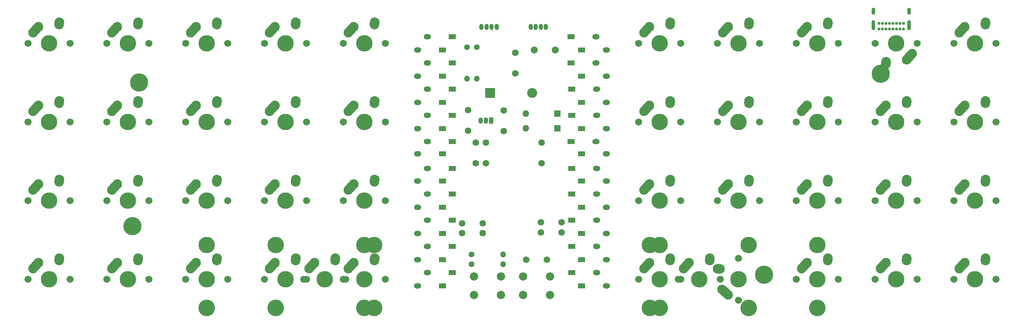
<source format=gbr>
%TF.GenerationSoftware,KiCad,Pcbnew,(7.0.0)*%
%TF.CreationDate,2024-04-29T17:19:58+02:00*%
%TF.ProjectId,LeSTMovoz revision,4c655354-4d6f-4766-9f7a-207265766973,rev?*%
%TF.SameCoordinates,Original*%
%TF.FileFunction,Soldermask,Bot*%
%TF.FilePolarity,Negative*%
%FSLAX46Y46*%
G04 Gerber Fmt 4.6, Leading zero omitted, Abs format (unit mm)*
G04 Created by KiCad (PCBNEW (7.0.0)) date 2024-04-29 17:19:58*
%MOMM*%
%LPD*%
G01*
G04 APERTURE LIST*
G04 Aperture macros list*
%AMHorizOval*
0 Thick line with rounded ends*
0 $1 width*
0 $2 $3 position (X,Y) of the first rounded end (center of the circle)*
0 $4 $5 position (X,Y) of the second rounded end (center of the circle)*
0 Add line between two ends*
20,1,$1,$2,$3,$4,$5,0*
0 Add two circle primitives to create the rounded ends*
1,1,$1,$2,$3*
1,1,$1,$4,$5*%
G04 Aperture macros list end*
%ADD10C,4.400000*%
%ADD11R,1.778000X1.300000*%
%ADD12O,1.778000X1.300000*%
%ADD13C,2.000000*%
%ADD14C,1.400000*%
%ADD15O,1.400000X1.400000*%
%ADD16C,1.710000*%
%ADD17C,1.600000*%
%ADD18C,1.701800*%
%ADD19C,3.987800*%
%ADD20HorizOval,2.300000X0.655008X0.729993X-0.655008X-0.729993X0*%
%ADD21C,2.300000*%
%ADD22HorizOval,2.300000X0.020004X0.290000X-0.020004X-0.290000X0*%
%ADD23C,4.000000*%
%ADD24R,1.600000X1.600000*%
%ADD25O,1.600000X1.600000*%
%ADD26R,2.400000X2.400000*%
%ADD27O,2.400000X2.400000*%
%ADD28R,1.050000X1.500000*%
%ADD29O,1.050000X1.500000*%
%ADD30HorizOval,2.300000X-0.729993X0.655008X0.729993X-0.655008X0*%
%ADD31HorizOval,2.300000X-0.290000X0.020004X0.290000X-0.020004X0*%
%ADD32HorizOval,2.300000X-0.655008X-0.729993X0.655008X0.729993X0*%
%ADD33HorizOval,2.300000X-0.020004X-0.290000X0.020004X0.290000X0*%
%ADD34O,1.000000X1.500000*%
%ADD35C,0.700000*%
%ADD36O,0.900000X1.700000*%
%ADD37O,0.900000X2.400000*%
G04 APERTURE END LIST*
D10*
%TO.C,*%
X55137500Y-42862500D03*
%TD*%
D11*
%TO.C,D6*%
X159543749Y-31749999D03*
D12*
X165543749Y-31749999D03*
%TD*%
D13*
%TO.C,SW2*%
X147962500Y-89825000D03*
X154462500Y-89825000D03*
X147962500Y-94325000D03*
X154462500Y-94325000D03*
%TD*%
D14*
%TO.C,R4*%
X135478264Y-84517916D03*
D15*
X143098263Y-84517915D03*
%TD*%
D16*
%TO.C,F1*%
X155743750Y-34934000D03*
X150643750Y-34934000D03*
%TD*%
D17*
%TO.C,C9*%
X152400000Y-62396757D03*
X152400000Y-57396757D03*
%TD*%
D18*
%TO.C,MX24*%
X85407500Y-71437500D03*
D19*
X90487500Y-71437500D03*
D18*
X95567500Y-71437500D03*
D20*
X87332507Y-68167506D03*
D21*
X87987500Y-67437500D03*
D22*
X93007503Y-66647499D03*
D21*
X93027500Y-66357500D03*
%TD*%
D18*
%TO.C,MX10*%
X252095000Y-33337500D03*
D19*
X257175000Y-33337500D03*
D18*
X262255000Y-33337500D03*
D20*
X254020007Y-30067506D03*
D21*
X254675000Y-29337500D03*
D22*
X259695003Y-28547499D03*
D21*
X259715000Y-28257500D03*
%TD*%
D14*
%TO.C,R1*%
X136725000Y-34290000D03*
D15*
X136724999Y-41909999D03*
%TD*%
D18*
%TO.C,MX19*%
X233045000Y-52387500D03*
D19*
X238125000Y-52387500D03*
D18*
X243205000Y-52387500D03*
D20*
X234970007Y-49117506D03*
D21*
X235625000Y-48387500D03*
D22*
X240645003Y-47597499D03*
D21*
X240665000Y-47307500D03*
%TD*%
D18*
%TO.C,MX5*%
X104457500Y-33337500D03*
D19*
X109537500Y-33337500D03*
D18*
X114617500Y-33337500D03*
D20*
X106382507Y-30067506D03*
D21*
X107037500Y-29337500D03*
D22*
X112057503Y-28547499D03*
D21*
X112077500Y-28257500D03*
%TD*%
D18*
%TO.C,MX6*%
X175895000Y-33337500D03*
D19*
X180975000Y-33337500D03*
D18*
X186055000Y-33337500D03*
D20*
X177820007Y-30067506D03*
D21*
X178475000Y-29337500D03*
D22*
X183495003Y-28547499D03*
D21*
X183515000Y-28257500D03*
%TD*%
D11*
%TO.C,D4*%
X128412499Y-34924999D03*
D12*
X122412499Y-34924999D03*
%TD*%
D18*
%TO.C,MX21*%
X28257500Y-71437500D03*
D19*
X33337500Y-71437500D03*
D18*
X38417500Y-71437500D03*
D20*
X30182507Y-68167506D03*
D21*
X30837500Y-67437500D03*
D22*
X35857503Y-66647499D03*
D21*
X35877500Y-66357500D03*
%TD*%
D10*
%TO.C,H6*%
X234387500Y-40736500D03*
%TD*%
D23*
%TO.C,S1*%
X202406250Y-97472500D03*
D19*
X202406250Y-82232500D03*
D23*
X178593750Y-97472500D03*
D19*
X178593750Y-82232500D03*
%TD*%
D17*
%TO.C,C6*%
X136475000Y-62396757D03*
X136475000Y-57396757D03*
%TD*%
D18*
%TO.C,MX4*%
X85407500Y-33337500D03*
D19*
X90487500Y-33337500D03*
D18*
X95567500Y-33337500D03*
D20*
X87332507Y-30067506D03*
D21*
X87987500Y-29337500D03*
D22*
X93007503Y-28547499D03*
D21*
X93027500Y-28257500D03*
%TD*%
D17*
%TO.C,C7*%
X138224728Y-79368071D03*
X133224728Y-79368071D03*
%TD*%
D18*
%TO.C,MX37*%
X175895000Y-90487500D03*
D19*
X180975000Y-90487500D03*
D18*
X186055000Y-90487500D03*
D20*
X177820007Y-87217506D03*
D21*
X178475000Y-86487500D03*
D22*
X183495003Y-85697499D03*
D21*
X183515000Y-85407500D03*
%TD*%
D18*
%TO.C,MX20*%
X252095000Y-52387500D03*
D19*
X257175000Y-52387500D03*
D18*
X262255000Y-52387500D03*
D20*
X254020007Y-49117506D03*
D21*
X254675000Y-48387500D03*
D22*
X259695003Y-47597499D03*
D21*
X259715000Y-47307500D03*
%TD*%
D23*
%TO.C,S2*%
X219075000Y-97472500D03*
D19*
X219075000Y-82232500D03*
D23*
X180975000Y-97472500D03*
D19*
X180975000Y-82232500D03*
%TD*%
D11*
%TO.C,D12*%
X130793749Y-50799999D03*
D12*
X124793749Y-50799999D03*
%TD*%
D18*
%TO.C,MX27*%
X194945000Y-71437500D03*
D19*
X200025000Y-71437500D03*
D18*
X205105000Y-71437500D03*
D20*
X196870007Y-68167506D03*
D21*
X197525000Y-67437500D03*
D22*
X202545003Y-66647499D03*
D21*
X202565000Y-66357500D03*
%TD*%
D18*
%TO.C,MX1*%
X28257500Y-33337500D03*
D19*
X33337500Y-33337500D03*
D18*
X38417500Y-33337500D03*
D20*
X30182507Y-30067506D03*
D21*
X30837500Y-29337500D03*
D22*
X35857503Y-28547499D03*
D21*
X35877500Y-28257500D03*
%TD*%
D18*
%TO.C,MX38*%
X185420000Y-90487500D03*
D19*
X190500000Y-90487500D03*
D18*
X195580000Y-90487500D03*
D20*
X187345007Y-87217506D03*
D21*
X188000000Y-86487500D03*
D22*
X193020003Y-85697499D03*
D21*
X193040000Y-85407500D03*
%TD*%
D24*
%TO.C,D45*%
X156209999Y-53899999D03*
D25*
X148589999Y-53899999D03*
%TD*%
D18*
%TO.C,MX12*%
X47307500Y-52387500D03*
D19*
X52387500Y-52387500D03*
D18*
X57467500Y-52387500D03*
D20*
X49232507Y-49117506D03*
D21*
X49887500Y-48387500D03*
D22*
X54907503Y-47597499D03*
D21*
X54927500Y-47307500D03*
%TD*%
D11*
%TO.C,D3*%
X130793749Y-38099999D03*
D12*
X124793749Y-38099999D03*
%TD*%
D11*
%TO.C,D8*%
X159543749Y-38099999D03*
D12*
X165543749Y-38099999D03*
%TD*%
D11*
%TO.C,D16*%
X162099999Y-60124999D03*
D12*
X168099999Y-60124999D03*
%TD*%
D18*
%TO.C,MX34*%
X85407500Y-90487500D03*
D19*
X90487500Y-90487500D03*
D18*
X95567500Y-90487500D03*
D20*
X87332507Y-87217506D03*
D21*
X87987500Y-86487500D03*
D22*
X93007503Y-85697499D03*
D21*
X93027500Y-85407500D03*
%TD*%
D17*
%TO.C,C1*%
X134625429Y-49502571D03*
X134625429Y-54502571D03*
%TD*%
D11*
%TO.C,D9*%
X162099999Y-41274999D03*
D12*
X168099999Y-41274999D03*
%TD*%
D11*
%TO.C,D24*%
X128412499Y-66674999D03*
D12*
X122412499Y-66674999D03*
%TD*%
D18*
%TO.C,MX41*%
X233045000Y-90487500D03*
D19*
X238125000Y-90487500D03*
D18*
X243205000Y-90487500D03*
D20*
X234970007Y-87217506D03*
D21*
X235625000Y-86487500D03*
D22*
X240645003Y-85697499D03*
D21*
X240665000Y-85407500D03*
%TD*%
D11*
%TO.C,D38*%
X162099999Y-85724999D03*
D12*
X168099999Y-85724999D03*
%TD*%
D11*
%TO.C,D29*%
X162099999Y-73024999D03*
D12*
X168099999Y-73024999D03*
%TD*%
D14*
%TO.C,R2*%
X134343750Y-34290000D03*
D15*
X134343749Y-41909999D03*
%TD*%
D18*
%TO.C,MX28*%
X213995000Y-71437500D03*
D19*
X219075000Y-71437500D03*
D18*
X224155000Y-71437500D03*
D20*
X215920007Y-68167506D03*
D21*
X216575000Y-67437500D03*
D22*
X221595003Y-66647499D03*
D21*
X221615000Y-66357500D03*
%TD*%
D18*
%TO.C,MX8*%
X213995000Y-33337500D03*
D19*
X219075000Y-33337500D03*
D18*
X224155000Y-33337500D03*
D20*
X215920007Y-30067506D03*
D21*
X216575000Y-29337500D03*
D22*
X221595003Y-28547499D03*
D21*
X221615000Y-28257500D03*
%TD*%
D11*
%TO.C,D18*%
X162099999Y-53974999D03*
D12*
X168099999Y-53974999D03*
%TD*%
D18*
%TO.C,MX18*%
X213995000Y-52387500D03*
D19*
X219075000Y-52387500D03*
D18*
X224155000Y-52387500D03*
D20*
X215920007Y-49117506D03*
D21*
X216575000Y-48387500D03*
D22*
X221595003Y-47597499D03*
D21*
X221615000Y-47307500D03*
%TD*%
D11*
%TO.C,D7*%
X162099999Y-34924999D03*
D12*
X168099999Y-34924999D03*
%TD*%
D11*
%TO.C,D34*%
X130793749Y-88899999D03*
D12*
X124793749Y-88899999D03*
%TD*%
D11*
%TO.C,D20*%
X162099999Y-47624999D03*
D12*
X168099999Y-47624999D03*
%TD*%
D18*
%TO.C,MX33*%
X66357500Y-90487500D03*
D19*
X71437500Y-90487500D03*
D18*
X76517500Y-90487500D03*
D20*
X68282507Y-87217506D03*
D21*
X68937500Y-86487500D03*
D22*
X73957503Y-85697499D03*
D21*
X73977500Y-85407500D03*
%TD*%
D11*
%TO.C,D13*%
X128412499Y-53974999D03*
D12*
X122412499Y-53974999D03*
%TD*%
D26*
%TO.C,D43*%
X139987677Y-45367783D03*
D27*
X150147677Y-45367783D03*
%TD*%
D11*
%TO.C,D15*%
X128412499Y-60124999D03*
D12*
X122412499Y-60124999D03*
%TD*%
D18*
%TO.C,MX23*%
X66357500Y-71437500D03*
D19*
X71437500Y-71437500D03*
D18*
X76517500Y-71437500D03*
D20*
X68282507Y-68167506D03*
D21*
X68937500Y-67437500D03*
D22*
X73957503Y-66647499D03*
D21*
X73977500Y-66357500D03*
%TD*%
D11*
%TO.C,D33*%
X128412499Y-85724999D03*
D12*
X122412499Y-85724999D03*
%TD*%
D11*
%TO.C,D10*%
X159718749Y-44449999D03*
D12*
X165718749Y-44449999D03*
%TD*%
D11*
%TO.C,D36*%
X162099999Y-92074999D03*
D12*
X168099999Y-92074999D03*
%TD*%
D18*
%TO.C,MX14*%
X85407500Y-52387500D03*
D19*
X90487500Y-52387500D03*
D18*
X95567500Y-52387500D03*
D20*
X87332507Y-49117506D03*
D21*
X87987500Y-48387500D03*
D22*
X93007503Y-47597499D03*
D21*
X93027500Y-47307500D03*
%TD*%
D11*
%TO.C,D19*%
X159718749Y-50799999D03*
D12*
X165718749Y-50799999D03*
%TD*%
D11*
%TO.C,D5*%
X130793749Y-31749999D03*
D12*
X124793749Y-31749999D03*
%TD*%
D28*
%TO.C,U2*%
X140176249Y-52091987D03*
D29*
X138906249Y-52091987D03*
X137636249Y-52091987D03*
%TD*%
D17*
%TO.C,C11*%
X138906250Y-62396757D03*
X138906250Y-57396757D03*
%TD*%
D23*
%TO.C,S3*%
X109537500Y-97472500D03*
D19*
X109537500Y-82232500D03*
D23*
X71437500Y-97472500D03*
D19*
X71437500Y-82232500D03*
%TD*%
D11*
%TO.C,D23*%
X130793749Y-69849999D03*
D12*
X124793749Y-69849999D03*
%TD*%
D18*
%TO.C,MX17*%
X194945000Y-52387500D03*
D19*
X200025000Y-52387500D03*
D18*
X205105000Y-52387500D03*
D20*
X196870007Y-49117506D03*
D21*
X197525000Y-48387500D03*
D22*
X202545003Y-47597499D03*
D21*
X202565000Y-47307500D03*
%TD*%
D11*
%TO.C,D27*%
X162099999Y-66674999D03*
D12*
X168099999Y-66674999D03*
%TD*%
D11*
%TO.C,D2*%
X128412499Y-41274999D03*
D12*
X122412499Y-41274999D03*
%TD*%
D17*
%TO.C,C10*%
X152268053Y-76738522D03*
X157268053Y-76738522D03*
%TD*%
D18*
%TO.C,MX16*%
X175895000Y-52387500D03*
D19*
X180975000Y-52387500D03*
D18*
X186055000Y-52387500D03*
D20*
X177820007Y-49117506D03*
D21*
X178475000Y-48387500D03*
D22*
X183495003Y-47597499D03*
D21*
X183515000Y-47307500D03*
%TD*%
D11*
%TO.C,D39*%
X159718749Y-82549999D03*
D12*
X165718749Y-82549999D03*
%TD*%
D11*
%TO.C,D17*%
X159543749Y-57149999D03*
D12*
X165543749Y-57149999D03*
%TD*%
D18*
%TO.C,MX31*%
X28257500Y-90487500D03*
D19*
X33337500Y-90487500D03*
D18*
X38417500Y-90487500D03*
D20*
X30182507Y-87217506D03*
D21*
X30837500Y-86487500D03*
D22*
X35857503Y-85697499D03*
D21*
X35877500Y-85407500D03*
%TD*%
D23*
%TO.C,S4*%
X111918750Y-97472500D03*
D19*
X111918750Y-82232500D03*
D23*
X88106250Y-97472500D03*
D19*
X88106250Y-82232500D03*
%TD*%
D11*
%TO.C,D40*%
X162099999Y-79374999D03*
D12*
X168099999Y-79374999D03*
%TD*%
D18*
%TO.C,MX26*%
X175895000Y-71437500D03*
D19*
X180975000Y-71437500D03*
D18*
X186055000Y-71437500D03*
D20*
X177820007Y-68167506D03*
D21*
X178475000Y-67437500D03*
D22*
X183495003Y-66647499D03*
D21*
X183515000Y-66357500D03*
%TD*%
D11*
%TO.C,D1*%
X130793749Y-44449999D03*
D12*
X124793749Y-44449999D03*
%TD*%
D14*
%TO.C,R3*%
X135478264Y-86899166D03*
D15*
X143098263Y-86899165D03*
%TD*%
D11*
%TO.C,D30*%
X159718749Y-76199999D03*
D12*
X165718749Y-76199999D03*
%TD*%
D17*
%TO.C,C8*%
X138224728Y-76936821D03*
X133224728Y-76936821D03*
%TD*%
D18*
%TO.C,MX32*%
X47307500Y-90487500D03*
D19*
X52387500Y-90487500D03*
D18*
X57467500Y-90487500D03*
D20*
X49232507Y-87217506D03*
D21*
X49887500Y-86487500D03*
D22*
X54907503Y-85697499D03*
D21*
X54927500Y-85407500D03*
%TD*%
D11*
%TO.C,D31*%
X128412499Y-79374999D03*
D12*
X122412499Y-79374999D03*
%TD*%
D18*
%TO.C,MX3*%
X66357500Y-33337500D03*
D19*
X71437500Y-33337500D03*
D18*
X76517500Y-33337500D03*
D20*
X68282507Y-30067506D03*
D21*
X68937500Y-29337500D03*
D22*
X73957503Y-28547499D03*
D21*
X73977500Y-28257500D03*
%TD*%
D11*
%TO.C,D28*%
X159718749Y-69849999D03*
D12*
X165718749Y-69849999D03*
%TD*%
D18*
%TO.C,MX29*%
X233045000Y-71437500D03*
D19*
X238125000Y-71437500D03*
D18*
X243205000Y-71437500D03*
D20*
X234970007Y-68167506D03*
D21*
X235625000Y-67437500D03*
D22*
X240645003Y-66647499D03*
D21*
X240665000Y-66357500D03*
%TD*%
D18*
%TO.C,MX39*%
X200025000Y-95567500D03*
D19*
X200025000Y-90487500D03*
D18*
X200025000Y-85407500D03*
D30*
X196755006Y-93642491D03*
D21*
X196025000Y-92987500D03*
D31*
X195234999Y-87967495D03*
D21*
X194945000Y-87947500D03*
%TD*%
D11*
%TO.C,D11*%
X128412499Y-47624999D03*
D12*
X122412499Y-47624999D03*
%TD*%
D18*
%TO.C,MX7*%
X194945000Y-33337500D03*
D19*
X200025000Y-33337500D03*
D18*
X205105000Y-33337500D03*
D20*
X196870007Y-30067506D03*
D21*
X197525000Y-29337500D03*
D22*
X202545003Y-28547499D03*
D21*
X202565000Y-28257500D03*
%TD*%
D18*
%TO.C,MX22*%
X47307500Y-71437500D03*
D19*
X52387500Y-71437500D03*
D18*
X57467500Y-71437500D03*
D20*
X49232507Y-68167506D03*
D21*
X49887500Y-67437500D03*
D22*
X54907503Y-66647499D03*
D21*
X54927500Y-66357500D03*
%TD*%
D18*
%TO.C,MX9*%
X243205000Y-33337500D03*
D19*
X238125000Y-33337500D03*
D18*
X233045000Y-33337500D03*
D32*
X241279991Y-36607492D03*
D21*
X240625000Y-37337500D03*
D33*
X235604995Y-38127499D03*
D21*
X235585000Y-38417500D03*
%TD*%
D17*
%TO.C,C4*%
X148712500Y-85725000D03*
X153712500Y-85725000D03*
%TD*%
D11*
%TO.C,D37*%
X159718749Y-88899999D03*
D12*
X165718749Y-88899999D03*
%TD*%
D11*
%TO.C,D21*%
X130793749Y-76199999D03*
D12*
X124793749Y-76199999D03*
%TD*%
D17*
%TO.C,C5*%
X152268053Y-79169772D03*
X157268053Y-79169772D03*
%TD*%
D18*
%TO.C,MX15*%
X104457500Y-52387500D03*
D19*
X109537500Y-52387500D03*
D18*
X114617500Y-52387500D03*
D20*
X106382507Y-49117506D03*
D21*
X107037500Y-48387500D03*
D22*
X112057503Y-47597499D03*
D21*
X112077500Y-47307500D03*
%TD*%
D10*
%TO.C,*%
X206137500Y-89371500D03*
%TD*%
%TO.C,*%
X53537500Y-77636500D03*
%TD*%
D18*
%TO.C,MX25*%
X104457500Y-71437500D03*
D19*
X109537500Y-71437500D03*
D18*
X114617500Y-71437500D03*
D20*
X106382507Y-68167506D03*
D21*
X107037500Y-67437500D03*
D22*
X112057503Y-66647499D03*
D21*
X112077500Y-66357500D03*
%TD*%
D18*
%TO.C,MX36*%
X94932500Y-90487500D03*
D19*
X100012500Y-90487500D03*
D18*
X105092500Y-90487500D03*
D20*
X96857507Y-87217506D03*
D21*
X97512500Y-86487500D03*
D22*
X102532503Y-85697499D03*
D21*
X102552500Y-85407500D03*
%TD*%
D18*
%TO.C,MX13*%
X66357500Y-52387500D03*
D19*
X71437500Y-52387500D03*
D18*
X76517500Y-52387500D03*
D20*
X68282507Y-49117506D03*
D21*
X68937500Y-48387500D03*
D22*
X73957503Y-47597499D03*
D21*
X73977500Y-47307500D03*
%TD*%
D18*
%TO.C,MX40*%
X213995000Y-90487500D03*
D19*
X219075000Y-90487500D03*
D18*
X224155000Y-90487500D03*
D20*
X215920007Y-87217506D03*
D21*
X216575000Y-86487500D03*
D22*
X221595003Y-85697499D03*
D21*
X221615000Y-85407500D03*
%TD*%
D11*
%TO.C,D25*%
X130793749Y-63699999D03*
D12*
X124793749Y-63699999D03*
%TD*%
D11*
%TO.C,D22*%
X128412499Y-73024999D03*
D12*
X122412499Y-73024999D03*
%TD*%
D17*
%TO.C,C3*%
X146050000Y-35600000D03*
X146050000Y-40600000D03*
%TD*%
D18*
%TO.C,MX2*%
X47307500Y-33337500D03*
D19*
X52387500Y-33337500D03*
D18*
X57467500Y-33337500D03*
D20*
X49232507Y-30067506D03*
D21*
X49887500Y-29337500D03*
D22*
X54907503Y-28547499D03*
D21*
X54927500Y-28257500D03*
%TD*%
D11*
%TO.C,D32*%
X130793749Y-82549999D03*
D12*
X124793749Y-82549999D03*
%TD*%
D18*
%TO.C,MX11*%
X28257500Y-52387500D03*
D19*
X33337500Y-52387500D03*
D18*
X38417500Y-52387500D03*
D20*
X30182507Y-49117506D03*
D21*
X30837500Y-48387500D03*
D22*
X35857503Y-47597499D03*
D21*
X35877500Y-47307500D03*
%TD*%
D18*
%TO.C,MX42*%
X252095000Y-90487500D03*
D19*
X257175000Y-90487500D03*
D18*
X262255000Y-90487500D03*
D20*
X254020007Y-87217506D03*
D21*
X254675000Y-86487500D03*
D22*
X259695003Y-85697499D03*
D21*
X259715000Y-85407500D03*
%TD*%
D18*
%TO.C,MX30*%
X252095000Y-71437500D03*
D19*
X257175000Y-71437500D03*
D18*
X262255000Y-71437500D03*
D20*
X254020007Y-68167506D03*
D21*
X254675000Y-67437500D03*
D22*
X259695003Y-66647499D03*
D21*
X259715000Y-66357500D03*
%TD*%
D18*
%TO.C,MX35*%
X104457500Y-90487500D03*
D19*
X109537500Y-90487500D03*
D18*
X114617500Y-90487500D03*
D20*
X106382507Y-87217506D03*
D21*
X107037500Y-86487500D03*
D22*
X112057503Y-85697499D03*
D21*
X112077500Y-85407500D03*
%TD*%
D17*
%TO.C,C2*%
X143250429Y-49600098D03*
X143250429Y-54600098D03*
%TD*%
D11*
%TO.C,D14*%
X130793749Y-57149999D03*
D12*
X124793749Y-57149999D03*
%TD*%
D13*
%TO.C,SW1*%
X142550000Y-94325000D03*
X136050000Y-94325000D03*
X142550000Y-89825000D03*
X136050000Y-89825000D03*
%TD*%
D11*
%TO.C,D35*%
X128412499Y-92074999D03*
D12*
X122412499Y-92074999D03*
%TD*%
D24*
%TO.C,D44*%
X156209999Y-50349999D03*
D25*
X148589999Y-50349999D03*
%TD*%
D11*
%TO.C,D26*%
X159718749Y-63699999D03*
D12*
X165718749Y-63699999D03*
%TD*%
D34*
%TO.C,D41*%
X139074999Y-29368749D03*
X141549999Y-29368749D03*
X140324999Y-29368749D03*
X137849999Y-29368749D03*
%TD*%
%TO.C,D42*%
X150981249Y-29368749D03*
X153456249Y-29368749D03*
X152231249Y-29368749D03*
X149756249Y-29368749D03*
%TD*%
D35*
%TO.C,J1*%
X233938179Y-29918750D03*
X234788179Y-29918750D03*
X235638179Y-29918750D03*
X236488179Y-29918750D03*
X237338179Y-29918750D03*
X238188179Y-29918750D03*
X239038179Y-29918750D03*
X239888179Y-29918750D03*
X239888179Y-28568750D03*
X239038179Y-28568750D03*
X238188179Y-28568750D03*
X237338179Y-28568750D03*
X236488179Y-28568750D03*
X235638179Y-28568750D03*
X234788179Y-28568750D03*
X233938179Y-28568750D03*
D36*
X232588178Y-25558749D03*
D37*
X232588178Y-28938749D03*
D36*
X241238178Y-25558749D03*
D37*
X241238178Y-28938749D03*
%TD*%
M02*

</source>
